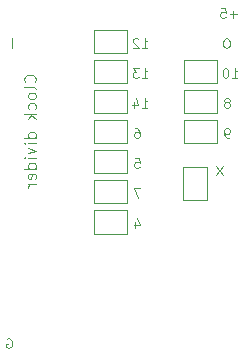
<source format=gbr>
%TF.GenerationSoftware,KiCad,Pcbnew,8.0.6*%
%TF.CreationDate,2024-11-20T20:55:38+11:00*%
%TF.ProjectId,clock-divider,636c6f63-6b2d-4646-9976-696465722e6b,1*%
%TF.SameCoordinates,Original*%
%TF.FileFunction,Legend,Bot*%
%TF.FilePolarity,Positive*%
%FSLAX46Y46*%
G04 Gerber Fmt 4.6, Leading zero omitted, Abs format (unit mm)*
G04 Created by KiCad (PCBNEW 8.0.6) date 2024-11-20 20:55:38*
%MOMM*%
%LPD*%
G01*
G04 APERTURE LIST*
%ADD10C,0.100000*%
%ADD11C,0.120000*%
G04 APERTURE END LIST*
D10*
X72387782Y-86091895D02*
X72768734Y-86091895D01*
X72768734Y-86091895D02*
X72806830Y-86472847D01*
X72806830Y-86472847D02*
X72768734Y-86434752D01*
X72768734Y-86434752D02*
X72692544Y-86396657D01*
X72692544Y-86396657D02*
X72502068Y-86396657D01*
X72502068Y-86396657D02*
X72425877Y-86434752D01*
X72425877Y-86434752D02*
X72387782Y-86472847D01*
X72387782Y-86472847D02*
X72349687Y-86549038D01*
X72349687Y-86549038D02*
X72349687Y-86739514D01*
X72349687Y-86739514D02*
X72387782Y-86815704D01*
X72387782Y-86815704D02*
X72425877Y-86853800D01*
X72425877Y-86853800D02*
X72502068Y-86891895D01*
X72502068Y-86891895D02*
X72692544Y-86891895D01*
X72692544Y-86891895D02*
X72768734Y-86853800D01*
X72768734Y-86853800D02*
X72806830Y-86815704D01*
X72425877Y-91438561D02*
X72425877Y-91971895D01*
X72616353Y-91133800D02*
X72806830Y-91705228D01*
X72806830Y-91705228D02*
X72311591Y-91705228D01*
X61554687Y-101369990D02*
X61630877Y-101331895D01*
X61630877Y-101331895D02*
X61745163Y-101331895D01*
X61745163Y-101331895D02*
X61859449Y-101369990D01*
X61859449Y-101369990D02*
X61935639Y-101446180D01*
X61935639Y-101446180D02*
X61973734Y-101522371D01*
X61973734Y-101522371D02*
X62011830Y-101674752D01*
X62011830Y-101674752D02*
X62011830Y-101789038D01*
X62011830Y-101789038D02*
X61973734Y-101941419D01*
X61973734Y-101941419D02*
X61935639Y-102017609D01*
X61935639Y-102017609D02*
X61859449Y-102093800D01*
X61859449Y-102093800D02*
X61745163Y-102131895D01*
X61745163Y-102131895D02*
X61668972Y-102131895D01*
X61668972Y-102131895D02*
X61554687Y-102093800D01*
X61554687Y-102093800D02*
X61516591Y-102055704D01*
X61516591Y-102055704D02*
X61516591Y-101789038D01*
X61516591Y-101789038D02*
X61668972Y-101789038D01*
X72425877Y-83551895D02*
X72578258Y-83551895D01*
X72578258Y-83551895D02*
X72654449Y-83589990D01*
X72654449Y-83589990D02*
X72692544Y-83628085D01*
X72692544Y-83628085D02*
X72768734Y-83742371D01*
X72768734Y-83742371D02*
X72806830Y-83894752D01*
X72806830Y-83894752D02*
X72806830Y-84199514D01*
X72806830Y-84199514D02*
X72768734Y-84275704D01*
X72768734Y-84275704D02*
X72730639Y-84313800D01*
X72730639Y-84313800D02*
X72654449Y-84351895D01*
X72654449Y-84351895D02*
X72502068Y-84351895D01*
X72502068Y-84351895D02*
X72425877Y-84313800D01*
X72425877Y-84313800D02*
X72387782Y-84275704D01*
X72387782Y-84275704D02*
X72349687Y-84199514D01*
X72349687Y-84199514D02*
X72349687Y-84009038D01*
X72349687Y-84009038D02*
X72387782Y-83932847D01*
X72387782Y-83932847D02*
X72425877Y-83894752D01*
X72425877Y-83894752D02*
X72502068Y-83856657D01*
X72502068Y-83856657D02*
X72654449Y-83856657D01*
X72654449Y-83856657D02*
X72730639Y-83894752D01*
X72730639Y-83894752D02*
X72768734Y-83932847D01*
X72768734Y-83932847D02*
X72806830Y-84009038D01*
X72844925Y-88631895D02*
X72311591Y-88631895D01*
X72311591Y-88631895D02*
X72654449Y-89431895D01*
X79829925Y-86726895D02*
X79296591Y-87526895D01*
X79296591Y-86726895D02*
X79829925Y-87526895D01*
X80604687Y-79271895D02*
X81061830Y-79271895D01*
X80833258Y-79271895D02*
X80833258Y-78471895D01*
X80833258Y-78471895D02*
X80909449Y-78586180D01*
X80909449Y-78586180D02*
X80985639Y-78662371D01*
X80985639Y-78662371D02*
X81061830Y-78700466D01*
X80109448Y-78471895D02*
X80033258Y-78471895D01*
X80033258Y-78471895D02*
X79957067Y-78509990D01*
X79957067Y-78509990D02*
X79918972Y-78548085D01*
X79918972Y-78548085D02*
X79880877Y-78624276D01*
X79880877Y-78624276D02*
X79842782Y-78776657D01*
X79842782Y-78776657D02*
X79842782Y-78967133D01*
X79842782Y-78967133D02*
X79880877Y-79119514D01*
X79880877Y-79119514D02*
X79918972Y-79195704D01*
X79918972Y-79195704D02*
X79957067Y-79233800D01*
X79957067Y-79233800D02*
X80033258Y-79271895D01*
X80033258Y-79271895D02*
X80109448Y-79271895D01*
X80109448Y-79271895D02*
X80185639Y-79233800D01*
X80185639Y-79233800D02*
X80223734Y-79195704D01*
X80223734Y-79195704D02*
X80261829Y-79119514D01*
X80261829Y-79119514D02*
X80299925Y-78967133D01*
X80299925Y-78967133D02*
X80299925Y-78776657D01*
X80299925Y-78776657D02*
X80261829Y-78624276D01*
X80261829Y-78624276D02*
X80223734Y-78548085D01*
X80223734Y-78548085D02*
X80185639Y-78509990D01*
X80185639Y-78509990D02*
X80109448Y-78471895D01*
X63912180Y-79615312D02*
X63959800Y-79567693D01*
X63959800Y-79567693D02*
X64007419Y-79424836D01*
X64007419Y-79424836D02*
X64007419Y-79329598D01*
X64007419Y-79329598D02*
X63959800Y-79186741D01*
X63959800Y-79186741D02*
X63864561Y-79091503D01*
X63864561Y-79091503D02*
X63769323Y-79043884D01*
X63769323Y-79043884D02*
X63578847Y-78996265D01*
X63578847Y-78996265D02*
X63435990Y-78996265D01*
X63435990Y-78996265D02*
X63245514Y-79043884D01*
X63245514Y-79043884D02*
X63150276Y-79091503D01*
X63150276Y-79091503D02*
X63055038Y-79186741D01*
X63055038Y-79186741D02*
X63007419Y-79329598D01*
X63007419Y-79329598D02*
X63007419Y-79424836D01*
X63007419Y-79424836D02*
X63055038Y-79567693D01*
X63055038Y-79567693D02*
X63102657Y-79615312D01*
X64007419Y-80186741D02*
X63959800Y-80091503D01*
X63959800Y-80091503D02*
X63864561Y-80043884D01*
X63864561Y-80043884D02*
X63007419Y-80043884D01*
X64007419Y-80710551D02*
X63959800Y-80615313D01*
X63959800Y-80615313D02*
X63912180Y-80567694D01*
X63912180Y-80567694D02*
X63816942Y-80520075D01*
X63816942Y-80520075D02*
X63531228Y-80520075D01*
X63531228Y-80520075D02*
X63435990Y-80567694D01*
X63435990Y-80567694D02*
X63388371Y-80615313D01*
X63388371Y-80615313D02*
X63340752Y-80710551D01*
X63340752Y-80710551D02*
X63340752Y-80853408D01*
X63340752Y-80853408D02*
X63388371Y-80948646D01*
X63388371Y-80948646D02*
X63435990Y-80996265D01*
X63435990Y-80996265D02*
X63531228Y-81043884D01*
X63531228Y-81043884D02*
X63816942Y-81043884D01*
X63816942Y-81043884D02*
X63912180Y-80996265D01*
X63912180Y-80996265D02*
X63959800Y-80948646D01*
X63959800Y-80948646D02*
X64007419Y-80853408D01*
X64007419Y-80853408D02*
X64007419Y-80710551D01*
X63959800Y-81901027D02*
X64007419Y-81805789D01*
X64007419Y-81805789D02*
X64007419Y-81615313D01*
X64007419Y-81615313D02*
X63959800Y-81520075D01*
X63959800Y-81520075D02*
X63912180Y-81472456D01*
X63912180Y-81472456D02*
X63816942Y-81424837D01*
X63816942Y-81424837D02*
X63531228Y-81424837D01*
X63531228Y-81424837D02*
X63435990Y-81472456D01*
X63435990Y-81472456D02*
X63388371Y-81520075D01*
X63388371Y-81520075D02*
X63340752Y-81615313D01*
X63340752Y-81615313D02*
X63340752Y-81805789D01*
X63340752Y-81805789D02*
X63388371Y-81901027D01*
X64007419Y-82329599D02*
X63007419Y-82329599D01*
X63626466Y-82424837D02*
X64007419Y-82710551D01*
X63340752Y-82710551D02*
X63721704Y-82329599D01*
X64007419Y-84329599D02*
X63007419Y-84329599D01*
X63959800Y-84329599D02*
X64007419Y-84234361D01*
X64007419Y-84234361D02*
X64007419Y-84043885D01*
X64007419Y-84043885D02*
X63959800Y-83948647D01*
X63959800Y-83948647D02*
X63912180Y-83901028D01*
X63912180Y-83901028D02*
X63816942Y-83853409D01*
X63816942Y-83853409D02*
X63531228Y-83853409D01*
X63531228Y-83853409D02*
X63435990Y-83901028D01*
X63435990Y-83901028D02*
X63388371Y-83948647D01*
X63388371Y-83948647D02*
X63340752Y-84043885D01*
X63340752Y-84043885D02*
X63340752Y-84234361D01*
X63340752Y-84234361D02*
X63388371Y-84329599D01*
X64007419Y-84805790D02*
X63340752Y-84805790D01*
X63007419Y-84805790D02*
X63055038Y-84758171D01*
X63055038Y-84758171D02*
X63102657Y-84805790D01*
X63102657Y-84805790D02*
X63055038Y-84853409D01*
X63055038Y-84853409D02*
X63007419Y-84805790D01*
X63007419Y-84805790D02*
X63102657Y-84805790D01*
X63340752Y-85186742D02*
X64007419Y-85424837D01*
X64007419Y-85424837D02*
X63340752Y-85662932D01*
X64007419Y-86043885D02*
X63340752Y-86043885D01*
X63007419Y-86043885D02*
X63055038Y-85996266D01*
X63055038Y-85996266D02*
X63102657Y-86043885D01*
X63102657Y-86043885D02*
X63055038Y-86091504D01*
X63055038Y-86091504D02*
X63007419Y-86043885D01*
X63007419Y-86043885D02*
X63102657Y-86043885D01*
X64007419Y-86948646D02*
X63007419Y-86948646D01*
X63959800Y-86948646D02*
X64007419Y-86853408D01*
X64007419Y-86853408D02*
X64007419Y-86662932D01*
X64007419Y-86662932D02*
X63959800Y-86567694D01*
X63959800Y-86567694D02*
X63912180Y-86520075D01*
X63912180Y-86520075D02*
X63816942Y-86472456D01*
X63816942Y-86472456D02*
X63531228Y-86472456D01*
X63531228Y-86472456D02*
X63435990Y-86520075D01*
X63435990Y-86520075D02*
X63388371Y-86567694D01*
X63388371Y-86567694D02*
X63340752Y-86662932D01*
X63340752Y-86662932D02*
X63340752Y-86853408D01*
X63340752Y-86853408D02*
X63388371Y-86948646D01*
X63959800Y-87805789D02*
X64007419Y-87710551D01*
X64007419Y-87710551D02*
X64007419Y-87520075D01*
X64007419Y-87520075D02*
X63959800Y-87424837D01*
X63959800Y-87424837D02*
X63864561Y-87377218D01*
X63864561Y-87377218D02*
X63483609Y-87377218D01*
X63483609Y-87377218D02*
X63388371Y-87424837D01*
X63388371Y-87424837D02*
X63340752Y-87520075D01*
X63340752Y-87520075D02*
X63340752Y-87710551D01*
X63340752Y-87710551D02*
X63388371Y-87805789D01*
X63388371Y-87805789D02*
X63483609Y-87853408D01*
X63483609Y-87853408D02*
X63578847Y-87853408D01*
X63578847Y-87853408D02*
X63674085Y-87377218D01*
X64007419Y-88281980D02*
X63340752Y-88281980D01*
X63531228Y-88281980D02*
X63435990Y-88329599D01*
X63435990Y-88329599D02*
X63388371Y-88377218D01*
X63388371Y-88377218D02*
X63340752Y-88472456D01*
X63340752Y-88472456D02*
X63340752Y-88567694D01*
X80350639Y-84351895D02*
X80198258Y-84351895D01*
X80198258Y-84351895D02*
X80122068Y-84313800D01*
X80122068Y-84313800D02*
X80083972Y-84275704D01*
X80083972Y-84275704D02*
X80007782Y-84161419D01*
X80007782Y-84161419D02*
X79969687Y-84009038D01*
X79969687Y-84009038D02*
X79969687Y-83704276D01*
X79969687Y-83704276D02*
X80007782Y-83628085D01*
X80007782Y-83628085D02*
X80045877Y-83589990D01*
X80045877Y-83589990D02*
X80122068Y-83551895D01*
X80122068Y-83551895D02*
X80274449Y-83551895D01*
X80274449Y-83551895D02*
X80350639Y-83589990D01*
X80350639Y-83589990D02*
X80388734Y-83628085D01*
X80388734Y-83628085D02*
X80426830Y-83704276D01*
X80426830Y-83704276D02*
X80426830Y-83894752D01*
X80426830Y-83894752D02*
X80388734Y-83970942D01*
X80388734Y-83970942D02*
X80350639Y-84009038D01*
X80350639Y-84009038D02*
X80274449Y-84047133D01*
X80274449Y-84047133D02*
X80122068Y-84047133D01*
X80122068Y-84047133D02*
X80045877Y-84009038D01*
X80045877Y-84009038D02*
X80007782Y-83970942D01*
X80007782Y-83970942D02*
X79969687Y-83894752D01*
X72984687Y-81811895D02*
X73441830Y-81811895D01*
X73213258Y-81811895D02*
X73213258Y-81011895D01*
X73213258Y-81011895D02*
X73289449Y-81126180D01*
X73289449Y-81126180D02*
X73365639Y-81202371D01*
X73365639Y-81202371D02*
X73441830Y-81240466D01*
X72298972Y-81278561D02*
X72298972Y-81811895D01*
X72489448Y-80973800D02*
X72679925Y-81545228D01*
X72679925Y-81545228D02*
X72184686Y-81545228D01*
X80236353Y-75931895D02*
X80083972Y-75931895D01*
X80083972Y-75931895D02*
X80007782Y-75969990D01*
X80007782Y-75969990D02*
X79931591Y-76046180D01*
X79931591Y-76046180D02*
X79893496Y-76198561D01*
X79893496Y-76198561D02*
X79893496Y-76465228D01*
X79893496Y-76465228D02*
X79931591Y-76617609D01*
X79931591Y-76617609D02*
X80007782Y-76693800D01*
X80007782Y-76693800D02*
X80083972Y-76731895D01*
X80083972Y-76731895D02*
X80236353Y-76731895D01*
X80236353Y-76731895D02*
X80312544Y-76693800D01*
X80312544Y-76693800D02*
X80388734Y-76617609D01*
X80388734Y-76617609D02*
X80426830Y-76465228D01*
X80426830Y-76465228D02*
X80426830Y-76198561D01*
X80426830Y-76198561D02*
X80388734Y-76046180D01*
X80388734Y-76046180D02*
X80312544Y-75969990D01*
X80312544Y-75969990D02*
X80236353Y-75931895D01*
X72984687Y-79271895D02*
X73441830Y-79271895D01*
X73213258Y-79271895D02*
X73213258Y-78471895D01*
X73213258Y-78471895D02*
X73289449Y-78586180D01*
X73289449Y-78586180D02*
X73365639Y-78662371D01*
X73365639Y-78662371D02*
X73441830Y-78700466D01*
X72718020Y-78471895D02*
X72222782Y-78471895D01*
X72222782Y-78471895D02*
X72489448Y-78776657D01*
X72489448Y-78776657D02*
X72375163Y-78776657D01*
X72375163Y-78776657D02*
X72298972Y-78814752D01*
X72298972Y-78814752D02*
X72260877Y-78852847D01*
X72260877Y-78852847D02*
X72222782Y-78929038D01*
X72222782Y-78929038D02*
X72222782Y-79119514D01*
X72222782Y-79119514D02*
X72260877Y-79195704D01*
X72260877Y-79195704D02*
X72298972Y-79233800D01*
X72298972Y-79233800D02*
X72375163Y-79271895D01*
X72375163Y-79271895D02*
X72603734Y-79271895D01*
X72603734Y-79271895D02*
X72679925Y-79233800D01*
X72679925Y-79233800D02*
X72718020Y-79195704D01*
X72984687Y-76731895D02*
X73441830Y-76731895D01*
X73213258Y-76731895D02*
X73213258Y-75931895D01*
X73213258Y-75931895D02*
X73289449Y-76046180D01*
X73289449Y-76046180D02*
X73365639Y-76122371D01*
X73365639Y-76122371D02*
X73441830Y-76160466D01*
X72679925Y-76008085D02*
X72641829Y-75969990D01*
X72641829Y-75969990D02*
X72565639Y-75931895D01*
X72565639Y-75931895D02*
X72375163Y-75931895D01*
X72375163Y-75931895D02*
X72298972Y-75969990D01*
X72298972Y-75969990D02*
X72260877Y-76008085D01*
X72260877Y-76008085D02*
X72222782Y-76084276D01*
X72222782Y-76084276D02*
X72222782Y-76160466D01*
X72222782Y-76160466D02*
X72260877Y-76274752D01*
X72260877Y-76274752D02*
X72718020Y-76731895D01*
X72718020Y-76731895D02*
X72222782Y-76731895D01*
X81023734Y-73887133D02*
X80414211Y-73887133D01*
X80718972Y-74191895D02*
X80718972Y-73582371D01*
X79652306Y-73391895D02*
X80033258Y-73391895D01*
X80033258Y-73391895D02*
X80071354Y-73772847D01*
X80071354Y-73772847D02*
X80033258Y-73734752D01*
X80033258Y-73734752D02*
X79957068Y-73696657D01*
X79957068Y-73696657D02*
X79766592Y-73696657D01*
X79766592Y-73696657D02*
X79690401Y-73734752D01*
X79690401Y-73734752D02*
X79652306Y-73772847D01*
X79652306Y-73772847D02*
X79614211Y-73849038D01*
X79614211Y-73849038D02*
X79614211Y-74039514D01*
X79614211Y-74039514D02*
X79652306Y-74115704D01*
X79652306Y-74115704D02*
X79690401Y-74153800D01*
X79690401Y-74153800D02*
X79766592Y-74191895D01*
X79766592Y-74191895D02*
X79957068Y-74191895D01*
X79957068Y-74191895D02*
X80033258Y-74153800D01*
X80033258Y-74153800D02*
X80071354Y-74115704D01*
X80274449Y-81354752D02*
X80350639Y-81316657D01*
X80350639Y-81316657D02*
X80388734Y-81278561D01*
X80388734Y-81278561D02*
X80426830Y-81202371D01*
X80426830Y-81202371D02*
X80426830Y-81164276D01*
X80426830Y-81164276D02*
X80388734Y-81088085D01*
X80388734Y-81088085D02*
X80350639Y-81049990D01*
X80350639Y-81049990D02*
X80274449Y-81011895D01*
X80274449Y-81011895D02*
X80122068Y-81011895D01*
X80122068Y-81011895D02*
X80045877Y-81049990D01*
X80045877Y-81049990D02*
X80007782Y-81088085D01*
X80007782Y-81088085D02*
X79969687Y-81164276D01*
X79969687Y-81164276D02*
X79969687Y-81202371D01*
X79969687Y-81202371D02*
X80007782Y-81278561D01*
X80007782Y-81278561D02*
X80045877Y-81316657D01*
X80045877Y-81316657D02*
X80122068Y-81354752D01*
X80122068Y-81354752D02*
X80274449Y-81354752D01*
X80274449Y-81354752D02*
X80350639Y-81392847D01*
X80350639Y-81392847D02*
X80388734Y-81430942D01*
X80388734Y-81430942D02*
X80426830Y-81507133D01*
X80426830Y-81507133D02*
X80426830Y-81659514D01*
X80426830Y-81659514D02*
X80388734Y-81735704D01*
X80388734Y-81735704D02*
X80350639Y-81773800D01*
X80350639Y-81773800D02*
X80274449Y-81811895D01*
X80274449Y-81811895D02*
X80122068Y-81811895D01*
X80122068Y-81811895D02*
X80045877Y-81773800D01*
X80045877Y-81773800D02*
X80007782Y-81735704D01*
X80007782Y-81735704D02*
X79969687Y-81659514D01*
X79969687Y-81659514D02*
X79969687Y-81507133D01*
X79969687Y-81507133D02*
X80007782Y-81430942D01*
X80007782Y-81430942D02*
X80045877Y-81392847D01*
X80045877Y-81392847D02*
X80122068Y-81354752D01*
X61973734Y-76731895D02*
X61973734Y-75931895D01*
D11*
%TO.C,JP5*%
X76545000Y-80280000D02*
X79345000Y-80280000D01*
X76545000Y-82280000D02*
X76545000Y-80280000D01*
X79345000Y-80280000D02*
X79345000Y-82280000D01*
X79345000Y-82280000D02*
X76545000Y-82280000D01*
%TO.C,JP11*%
X76470000Y-86775000D02*
X78470000Y-86775000D01*
X76470000Y-89575000D02*
X76470000Y-86775000D01*
X78470000Y-86775000D02*
X78470000Y-89575000D01*
X78470000Y-89575000D02*
X76470000Y-89575000D01*
%TO.C,JP9*%
X68925000Y-77740000D02*
X71725000Y-77740000D01*
X68925000Y-79740000D02*
X68925000Y-77740000D01*
X71725000Y-77740000D02*
X71725000Y-79740000D01*
X71725000Y-79740000D02*
X68925000Y-79740000D01*
%TO.C,JP4*%
X68925000Y-87900000D02*
X71725000Y-87900000D01*
X68925000Y-89900000D02*
X68925000Y-87900000D01*
X71725000Y-87900000D02*
X71725000Y-89900000D01*
X71725000Y-89900000D02*
X68925000Y-89900000D01*
%TO.C,JP1*%
X68925000Y-90490000D02*
X71725000Y-90490000D01*
X68925000Y-92490000D02*
X68925000Y-90490000D01*
X71725000Y-90490000D02*
X71725000Y-92490000D01*
X71725000Y-92490000D02*
X68925000Y-92490000D01*
%TO.C,JP3*%
X68925000Y-82820000D02*
X71725000Y-82820000D01*
X68925000Y-84820000D02*
X68925000Y-82820000D01*
X71725000Y-82820000D02*
X71725000Y-84820000D01*
X71725000Y-84820000D02*
X68925000Y-84820000D01*
%TO.C,JP8*%
X68925000Y-75200000D02*
X71725000Y-75200000D01*
X68925000Y-77200000D02*
X68925000Y-75200000D01*
X71725000Y-75200000D02*
X71725000Y-77200000D01*
X71725000Y-77200000D02*
X68925000Y-77200000D01*
%TO.C,JP10*%
X68925000Y-80280000D02*
X71725000Y-80280000D01*
X68925000Y-82280000D02*
X68925000Y-80280000D01*
X71725000Y-80280000D02*
X71725000Y-82280000D01*
X71725000Y-82280000D02*
X68925000Y-82280000D01*
%TO.C,JP2*%
X68925000Y-85360000D02*
X71725000Y-85360000D01*
X68925000Y-87360000D02*
X68925000Y-85360000D01*
X71725000Y-85360000D02*
X71725000Y-87360000D01*
X71725000Y-87360000D02*
X68925000Y-87360000D01*
%TO.C,JP6*%
X76545000Y-82820000D02*
X79345000Y-82820000D01*
X76545000Y-84820000D02*
X76545000Y-82820000D01*
X79345000Y-82820000D02*
X79345000Y-84820000D01*
X79345000Y-84820000D02*
X76545000Y-84820000D01*
%TO.C,JP7*%
X76545000Y-77740000D02*
X79345000Y-77740000D01*
X76545000Y-79740000D02*
X76545000Y-77740000D01*
X79345000Y-77740000D02*
X79345000Y-79740000D01*
X79345000Y-79740000D02*
X76545000Y-79740000D01*
%TD*%
M02*

</source>
